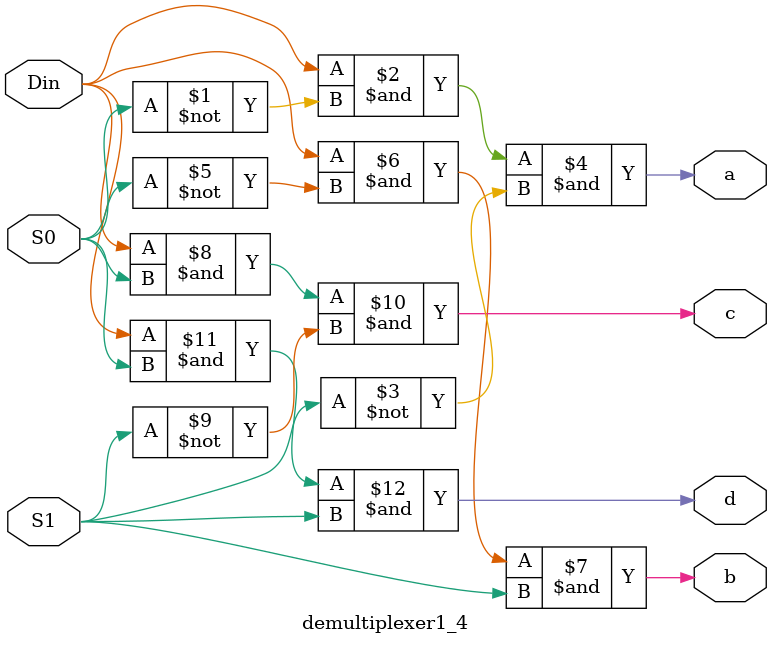
<source format=v>
module demultiplexer1_4 (Din, S0, S1, a, b, c, d);
input Din, S0, S1;
output a, b, c, d;
assign a = Din & (~S0) & (~S1);
assign b = Din & (~S0) & S1;
assign c = Din & S0 & (~S1);
assign d = Din & S0 & S1;
endmodule

</source>
